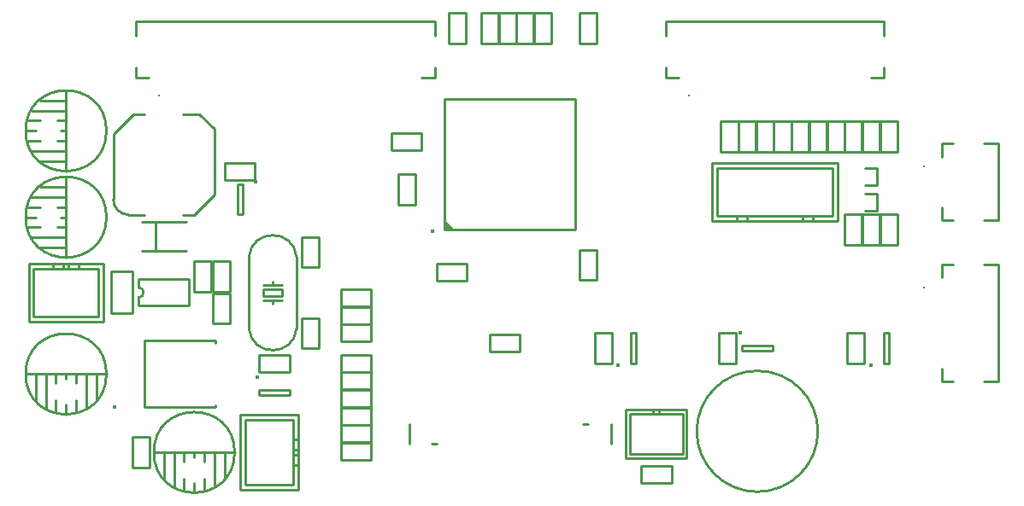
<source format=gbr>
%TF.GenerationSoftware,Novarm,DipTrace,3.2.0.1*%
%TF.CreationDate,2018-04-30T21:35:30+02:00*%
%FSLAX26Y26*%
%MOIN*%
%TF.FileFunction,Legend,Bot*%
%TF.Part,Single*%
%ADD10C,0.009843*%
%ADD24C,0.015408*%
%ADD27C,0.016398*%
%ADD40C,0.015422*%
%ADD42C,0.015404*%
%ADD44C,0.011811*%
%ADD47O,0.011707X0.011811*%
%ADD50C,0.011819*%
%ADD51C,0.011811*%
G75*
G01*
%LPD*%
X3090551Y679134D2*
D10*
G02X3090551Y679134I236220J0D01*
G01*
X1820866Y978346D2*
X1702756D1*
Y911417D1*
X1820866D1*
Y978346D1*
X1702756Y1098425D2*
X1820866D1*
Y1165354D1*
X1702756D1*
Y1098425D1*
Y1029528D2*
X1820866D1*
Y1096457D1*
X1702756D1*
Y1029528D1*
X1820866Y633858D2*
X1702756D1*
Y566929D1*
X1820866D1*
Y633858D1*
Y702756D2*
X1702756D1*
Y635827D1*
X1820866D1*
Y702756D1*
Y771654D2*
X1702756D1*
Y704724D1*
X1820866D1*
Y771654D1*
Y840551D2*
X1702756D1*
Y773622D1*
X1820866D1*
Y840551D1*
Y909449D2*
X1702756D1*
Y842520D1*
X1820866D1*
Y909449D1*
Y1234252D2*
X1702756D1*
Y1167323D1*
X1820866D1*
Y1234252D1*
X1128740Y1343259D2*
X1195669D1*
Y1225148D1*
X1128740D1*
Y1343259D1*
X473467Y1515454D2*
G02X473467Y1515454I157480J0D01*
G01*
X630948Y1672934D2*
Y1357974D1*
Y1554824D2*
X595514D1*
X630948Y1594194D2*
X497089D1*
X473467Y1515454D2*
X512837D1*
X528585Y1554824D2*
X481341D1*
X611262Y1515454D2*
X630948D1*
Y1476084D2*
X595514D1*
X630948Y1633564D2*
X528585D1*
X630948Y1436714D2*
X497089D1*
X528585Y1476084D2*
X481341D1*
X630948Y1397344D2*
X528585D1*
X473467Y1852951D2*
G02X473467Y1852951I157480J0D01*
G01*
X630948Y2010432D2*
Y1695471D1*
Y1892322D2*
X595514D1*
X630948Y1931692D2*
X497089D1*
X473467Y1852951D2*
X512837D1*
X528585Y1892322D2*
X481341D1*
X611262Y1852951D2*
X630948D1*
Y1813581D2*
X595514D1*
X630948Y1971062D2*
X528585D1*
X630948Y1774211D2*
X497089D1*
X528585Y1813581D2*
X481341D1*
X630948Y1734841D2*
X528585D1*
X473475Y902951D2*
G02X473475Y902951I157480J0D01*
G01*
X788436D1*
X591585D2*
Y867518D1*
X552215Y902951D2*
Y769093D1*
X630955Y745471D2*
Y784841D1*
X591585Y800589D2*
Y753345D1*
X630955Y883266D2*
Y902951D1*
X670325D2*
Y867518D1*
X512845Y902951D2*
Y800589D1*
X709696Y902951D2*
Y769093D1*
X670325Y800589D2*
Y753345D1*
X749066Y902951D2*
Y800589D1*
X958169Y537648D2*
X891240D1*
Y655759D1*
X958169D1*
Y537648D1*
X973474Y596703D2*
G02X973474Y596703I157480J0D01*
G01*
X1288434D1*
X1091584D2*
Y561270D1*
X1052214Y596703D2*
Y462845D1*
X1130954Y439223D2*
Y478593D1*
X1091584Y494341D2*
Y447097D1*
X1130954Y577018D2*
Y596703D1*
X1170324D2*
Y561270D1*
X1012844Y596703D2*
Y494341D1*
X1209694Y596703D2*
Y462845D1*
X1170324Y494341D2*
Y447097D1*
X1249064Y596703D2*
Y494341D1*
X1551181Y1437008D2*
X1618110D1*
Y1318898D1*
X1551181D1*
Y1437008D1*
X1618110Y1003937D2*
X1551181D1*
Y1122047D1*
X1618110D1*
Y1003937D1*
X3320866Y1771654D2*
X3253937D1*
Y1889764D1*
X3320866D1*
Y1771654D1*
X3458661D2*
X3391732D1*
Y1889764D1*
X3458661D1*
Y1771654D1*
X3596457D2*
X3529528D1*
Y1889764D1*
X3596457D1*
Y1771654D1*
X3734252D2*
X3667323D1*
Y1889764D1*
X3734252D1*
Y1771654D1*
X3872047D2*
X3805118D1*
Y1889764D1*
X3872047D1*
Y1771654D1*
X2250000Y2312992D2*
X2316929D1*
Y2194882D1*
X2250000D1*
Y2312992D1*
X2318898D2*
X2385827D1*
Y2194882D1*
X2318898D1*
Y2312992D1*
X2194882Y1332677D2*
X2076772D1*
Y1265748D1*
X2194882D1*
Y1332677D1*
X1992126Y1564961D2*
X1925197D1*
Y1683071D1*
X1992126D1*
Y1564961D1*
X2017717Y1844488D2*
X1899606D1*
Y1777559D1*
X2017717D1*
Y1844488D1*
X2122047Y2312992D2*
X2188976D1*
Y2194882D1*
X2122047D1*
Y2312992D1*
X2633858D2*
X2700787D1*
Y2194882D1*
X2633858D1*
Y2312992D1*
X2700787Y1269685D2*
X2633858D1*
Y1387795D1*
X2700787D1*
Y1269685D1*
X2401575Y1057087D2*
X2283465D1*
Y990157D1*
X2401575D1*
Y1057087D1*
X936486Y773027D2*
Y1032869D1*
X1212076Y773027D2*
X936486D1*
X1212076D2*
Y780892D1*
Y1032869D2*
X936486D1*
X1212076D2*
Y1025004D1*
D24*
X821540Y773960D3*
X2106268Y1466504D2*
D10*
X2618142D1*
Y1978378D1*
X2106268D1*
Y1466504D1*
G36*
D2*
Y1501976D1*
Y1466504D1*
G37*
G36*
D2*
Y1505925D1*
X2145689Y1466504D1*
X2106268D1*
G37*
D27*
X2058648Y1461049D3*
X913778Y1272890D2*
D10*
X1110632D1*
X913778Y1170514D2*
X1110632D1*
Y1272890D2*
Y1170514D1*
X913778Y1241397D2*
Y1272890D1*
Y1202008D2*
Y1170514D1*
Y1241397D2*
G02X913778Y1202008I-9J-19694D01*
G01*
X1968444Y629699D2*
Y708576D1*
X2057005Y629699D2*
X2076764D1*
X2755965Y708576D2*
Y629699D1*
X2667404Y708576D2*
X2647646D1*
X2921443Y763770D2*
X2945083D1*
Y747917D1*
X2921443D1*
Y763770D1*
X2830765Y747917D2*
X3035408D1*
Y590359D1*
X2830765D1*
Y747917D1*
X2814888Y763770D2*
X3051285D1*
Y574701D1*
X2814888D1*
Y763770D1*
X815233Y1839806D2*
X894014Y1918556D1*
X815233Y1583921D2*
G03X874318Y1524848I60368J1295D01*
G01*
X1130357D2*
X1209138Y1603598D1*
Y1859484D2*
X1150052Y1918556D1*
X815233Y1583921D2*
Y1839806D1*
X1209138Y1603598D2*
Y1859484D1*
X1087027Y1524848D2*
X1130357D1*
X937343D2*
X874318D1*
X894014Y1918556D2*
X937343D1*
X1150052D2*
X1087027D1*
X2992126Y545276D2*
X2874016D1*
Y478346D1*
X2992126D1*
Y545276D1*
X2759843Y944882D2*
X2692913D1*
Y1062992D1*
X2759843D1*
Y944882D1*
X1270669Y1225148D2*
X1203740D1*
Y1343259D1*
X1270669D1*
Y1225148D1*
Y1100147D2*
X1203740D1*
Y1218257D1*
X1270669D1*
Y1100147D1*
X891043Y1139025D2*
X808366D1*
Y1304379D1*
X891043D1*
Y1139025D1*
X3736220Y1525591D2*
X3803150D1*
Y1407480D1*
X3736220D1*
Y1525591D1*
X3805118D2*
X3872047D1*
Y1407480D1*
X3805118D1*
Y1525591D1*
X3667323D2*
X3734252D1*
Y1407480D1*
X3667323D1*
Y1525591D1*
X3744094Y944882D2*
X3677165D1*
Y1062992D1*
X3744094D1*
Y944882D1*
X3185039Y1889764D2*
X3251969D1*
Y1771654D1*
X3185039D1*
Y1889764D1*
X3322835D2*
X3389764D1*
Y1771654D1*
X3322835D1*
Y1889764D1*
X3460630D2*
X3527559D1*
Y1771654D1*
X3460630D1*
Y1889764D1*
X3598425D2*
X3665354D1*
Y1771654D1*
X3598425D1*
Y1889764D1*
X3736220D2*
X3803150D1*
Y1771654D1*
X3736220D1*
Y1889764D1*
X2454724Y2194882D2*
X2387795D1*
Y2312992D1*
X2454724D1*
Y2194882D1*
X2523622D2*
X2456693D1*
Y2312992D1*
X2523622D1*
Y2194882D1*
X1368110Y1726378D2*
X1250000D1*
Y1659449D1*
X1368110D1*
Y1726378D1*
X1502510Y977510D2*
X1384400D1*
Y910581D1*
X1502510D1*
Y977510D1*
X3242126Y944882D2*
X3175197D1*
Y1062992D1*
X3242126D1*
Y944882D1*
X925592Y1383362D2*
X1098818D1*
X925592Y1497538D2*
X1098818D1*
X978736Y1383362D2*
Y1497538D1*
X3793307Y1706698D2*
X3746044D1*
X3793307Y1639758D2*
X3746044D1*
X3793307Y1704721D2*
Y1639765D1*
Y1608273D2*
X3746044D1*
X3793307Y1541333D2*
X3746044D1*
X3793307Y1606296D2*
Y1541340D1*
D40*
X1369040Y1652896D3*
X1318898Y1643695D2*
D10*
Y1525591D1*
X1299212D1*
Y1643695D1*
X1318898D1*
D40*
X2784504Y935686D3*
X2834646Y944887D2*
D10*
Y1062992D1*
X2854331D1*
Y944887D1*
X2834646D1*
D42*
X1375204Y891529D3*
X1384404Y841387D2*
D10*
X1502509D1*
Y821702D1*
X1384404D1*
Y841387D1*
D42*
X3258521Y1063921D3*
X3267722Y1013780D2*
D10*
X3385827D1*
Y994094D1*
X3267722D1*
Y1013780D1*
D40*
X3768756Y935686D3*
X3818898Y944887D2*
D10*
Y1062992D1*
X3838583D1*
Y944887D1*
X3818898D1*
D44*
X3978339Y1712636D3*
X4047258Y1803175D2*
D10*
Y1751962D1*
X4267717Y1503950D2*
Y1803175D1*
X4047258D2*
X4088568D1*
X4267717D2*
X4210638D1*
X4047258Y1503912D2*
Y1555124D1*
Y1503912D2*
X4088568D1*
X4267717D2*
X4210638D1*
D47*
X3060995Y1990150D3*
X2970405Y2059069D2*
D10*
X3021693D1*
X3820934Y2279528D2*
X2970405D1*
Y2059069D2*
Y2100379D1*
Y2279528D2*
Y2222449D1*
X3820934Y2059069D2*
X3769646D1*
X3820934D2*
Y2100379D1*
Y2279528D2*
Y2222449D1*
D50*
X994119Y1990150D3*
X903487Y2059069D2*
D10*
X954743D1*
X2068954Y2279528D2*
X903487D1*
Y2059069D2*
Y2100379D1*
Y2279528D2*
Y2222449D1*
X2068954Y2059069D2*
X2017698D1*
X2068954D2*
Y2100379D1*
Y2279528D2*
Y2222449D1*
X3248041Y1521663D2*
Y1501969D1*
X3287389Y1521663D2*
Y1501969D1*
X3503950Y1521663D2*
Y1501969D1*
X3543298Y1521663D2*
Y1501969D1*
X3151575Y1728346D2*
X3639764D1*
Y1501969D1*
X3151575D1*
Y1728346D1*
X3171249Y1708652D2*
X3620090D1*
Y1521663D1*
X3171249D1*
Y1708652D1*
X680155Y1313276D2*
Y1332971D1*
X640795Y1313276D2*
Y1332971D1*
X621100Y1313276D2*
Y1332971D1*
X581740Y1313276D2*
Y1332971D1*
X776617Y1106593D2*
X485278D1*
Y1332971D1*
X776617D1*
Y1106593D1*
X756922Y1126288D2*
X504973D1*
Y1313276D1*
X756922D1*
Y1126288D1*
X1516280Y547496D2*
X1535975D1*
X1516280Y586856D2*
X1535975D1*
X1516280Y606551D2*
X1535975D1*
X1516280Y645910D2*
X1535975D1*
X1309597Y451034D2*
X1535975D1*
Y742373D1*
X1309597D1*
Y451034D1*
X1329292Y470729D2*
X1516280D1*
Y722678D1*
X1329292D1*
Y470729D1*
D51*
X3978339Y1240183D3*
X4047258Y1330724D2*
D10*
Y1279537D1*
X4267717Y874000D2*
Y1330724D1*
X4047258D2*
X4088568D1*
X4267717D2*
X4210638D1*
X4047258Y874000D2*
Y925187D1*
Y874000D2*
X4088568D1*
X4267717D2*
X4210638D1*
X1529882Y1360137D2*
Y1080808D1*
X1344134Y1360137D2*
Y1080808D1*
X1399505Y1232965D2*
X1474510D1*
Y1207980D1*
X1399505D1*
Y1232965D1*
Y1251704D2*
X1474510D1*
X1399505Y1189241D2*
X1474510D1*
X1437008D2*
Y1176704D1*
Y1251704D2*
Y1264241D1*
X1344134Y1360137D2*
G02X1529882Y1360137I92874J-8216D01*
G01*
Y1080808D2*
G02X1344134Y1080808I-92874J8216D01*
G01*
M02*

</source>
